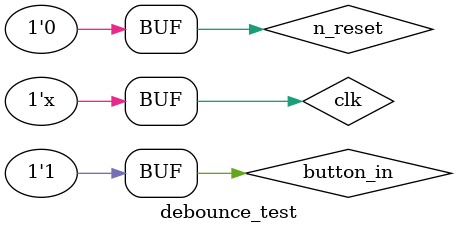
<source format=sv>
`timescale 1 us / 1 us


module debounce_test();
    logic clk;
    logic n_reset;
    logic button_in;
    logic DB_out;
 
    debounce UUT (button_in, clk, n_reset, DB_out);
 
 
    initial begin
            clk = 1'b0;
            n_reset = 1'b1;
            #20 n_reset = 1'b0;      // at time 20 release the reset
            button_in = 1'b1;
             
            // We need at least twice the counter value to stabilize value of DB_out
            // before we change the button in
            #50000 button_in = 1'b0; // We pressed the key here 
            #400 button_in = 1'b1; // Key debounce to 1 after 400 micro seconds             
            #800 button_in = 1'b0;    // Debounce after 800 ms
            #2000 button_in = 1'b1; // Decounce after 2 ms          
            #800 button_in = 1'b0;
            #40000 button_in = 1'b1;
            #4000 button_in = 1'b0;     
            #40000 button_in = 1'b1;
            #400 button_in = 1'b0;
            #800 button_in = 1'b1;      
            #800 button_in = 1'b0;
            #800 button_in = 1'b1;
            #40000 button_in = 1'b0;        
            #4000 button_in = 1'b1;
    end
    always
            #10 clk = ~clk;  // 20 mirco seconds = 50 KHz Clock cycle   
 
endmodule
</source>
